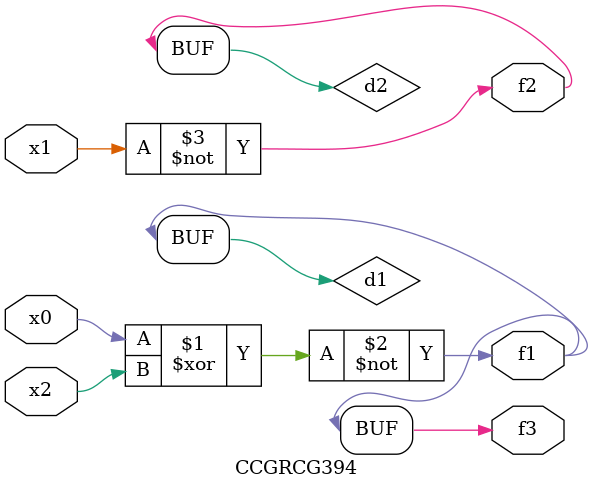
<source format=v>
module CCGRCG394(
	input x0, x1, x2,
	output f1, f2, f3
);

	wire d1, d2, d3;

	xnor (d1, x0, x2);
	nand (d2, x1);
	nor (d3, x1, x2);
	assign f1 = d1;
	assign f2 = d2;
	assign f3 = d1;
endmodule

</source>
